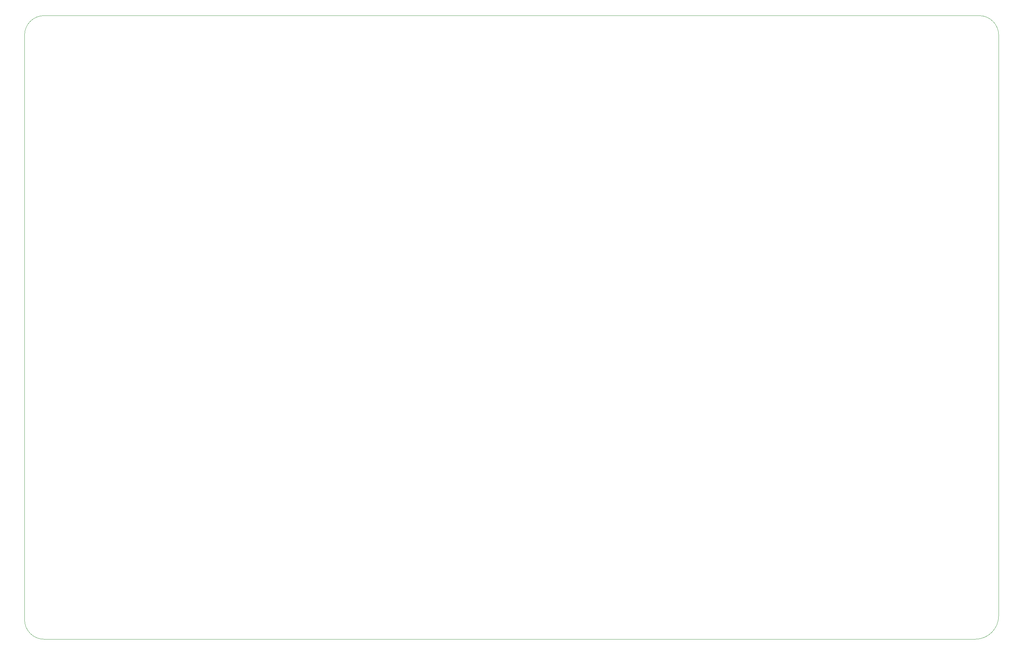
<source format=gbr>
%TF.GenerationSoftware,KiCad,Pcbnew,7.0.10*%
%TF.CreationDate,2024-05-11T12:56:43+02:00*%
%TF.ProjectId,LPF_HF+6,4c50465f-4846-42b3-962e-6b696361645f,rev?*%
%TF.SameCoordinates,Original*%
%TF.FileFunction,Profile,NP*%
%FSLAX46Y46*%
G04 Gerber Fmt 4.6, Leading zero omitted, Abs format (unit mm)*
G04 Created by KiCad (PCBNEW 7.0.10) date 2024-05-11 12:56:43*
%MOMM*%
%LPD*%
G01*
G04 APERTURE LIST*
%TA.AperFunction,Profile*%
%ADD10C,0.100000*%
%TD*%
G04 APERTURE END LIST*
D10*
X96656400Y-208267154D02*
G75*
G03*
X101656400Y-213267154I5000000J0D01*
G01*
X340656400Y-213267154D02*
G75*
G03*
X346656400Y-207267154I0J6000000D01*
G01*
X340656400Y-213267154D02*
X101656400Y-213267154D01*
X96656400Y-208267154D02*
X96656400Y-58267154D01*
X346656400Y-58267154D02*
X346656400Y-207267154D01*
X101656400Y-53267154D02*
X341656400Y-53267154D01*
X101656400Y-53267154D02*
G75*
G03*
X96656400Y-58267154I0J-5000000D01*
G01*
X346656400Y-58267154D02*
G75*
G03*
X341656400Y-53267154I-5000000J0D01*
G01*
M02*

</source>
